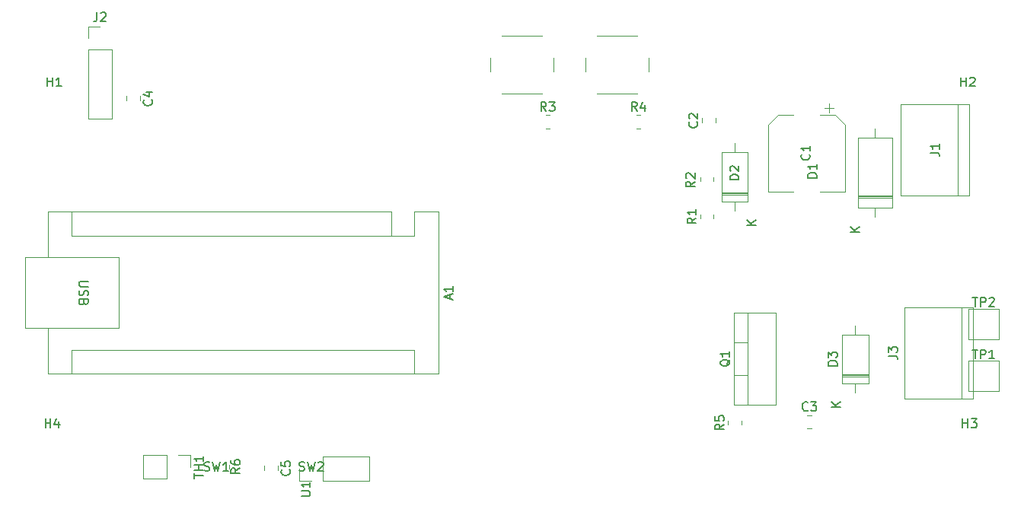
<source format=gbr>
%TF.GenerationSoftware,KiCad,Pcbnew,(6.0.9-0)*%
%TF.CreationDate,2023-03-02T20:06:06+01:00*%
%TF.ProjectId,Dolgoza,446f6c67-6f7a-4612-9e6b-696361645f70,rev?*%
%TF.SameCoordinates,Original*%
%TF.FileFunction,Legend,Top*%
%TF.FilePolarity,Positive*%
%FSLAX46Y46*%
G04 Gerber Fmt 4.6, Leading zero omitted, Abs format (unit mm)*
G04 Created by KiCad (PCBNEW (6.0.9-0)) date 2023-03-02 20:06:06*
%MOMM*%
%LPD*%
G01*
G04 APERTURE LIST*
%ADD10C,0.150000*%
%ADD11C,0.120000*%
G04 APERTURE END LIST*
D10*
%TO.C,SW2*%
X99466666Y-103404761D02*
X99609523Y-103452380D01*
X99847619Y-103452380D01*
X99942857Y-103404761D01*
X99990476Y-103357142D01*
X100038095Y-103261904D01*
X100038095Y-103166666D01*
X99990476Y-103071428D01*
X99942857Y-103023809D01*
X99847619Y-102976190D01*
X99657142Y-102928571D01*
X99561904Y-102880952D01*
X99514285Y-102833333D01*
X99466666Y-102738095D01*
X99466666Y-102642857D01*
X99514285Y-102547619D01*
X99561904Y-102500000D01*
X99657142Y-102452380D01*
X99895238Y-102452380D01*
X100038095Y-102500000D01*
X100371428Y-102452380D02*
X100609523Y-103452380D01*
X100800000Y-102738095D01*
X100990476Y-103452380D01*
X101228571Y-102452380D01*
X101561904Y-102547619D02*
X101609523Y-102500000D01*
X101704761Y-102452380D01*
X101942857Y-102452380D01*
X102038095Y-102500000D01*
X102085714Y-102547619D01*
X102133333Y-102642857D01*
X102133333Y-102738095D01*
X102085714Y-102880952D01*
X101514285Y-103452380D01*
X102133333Y-103452380D01*
%TO.C,SW1*%
X88916666Y-103404761D02*
X89059523Y-103452380D01*
X89297619Y-103452380D01*
X89392857Y-103404761D01*
X89440476Y-103357142D01*
X89488095Y-103261904D01*
X89488095Y-103166666D01*
X89440476Y-103071428D01*
X89392857Y-103023809D01*
X89297619Y-102976190D01*
X89107142Y-102928571D01*
X89011904Y-102880952D01*
X88964285Y-102833333D01*
X88916666Y-102738095D01*
X88916666Y-102642857D01*
X88964285Y-102547619D01*
X89011904Y-102500000D01*
X89107142Y-102452380D01*
X89345238Y-102452380D01*
X89488095Y-102500000D01*
X89821428Y-102452380D02*
X90059523Y-103452380D01*
X90250000Y-102738095D01*
X90440476Y-103452380D01*
X90678571Y-102452380D01*
X91583333Y-103452380D02*
X91011904Y-103452380D01*
X91297619Y-103452380D02*
X91297619Y-102452380D01*
X91202380Y-102595238D01*
X91107142Y-102690476D01*
X91011904Y-102738095D01*
%TO.C,U1*%
X99677380Y-106261904D02*
X100486904Y-106261904D01*
X100582142Y-106214285D01*
X100629761Y-106166666D01*
X100677380Y-106071428D01*
X100677380Y-105880952D01*
X100629761Y-105785714D01*
X100582142Y-105738095D01*
X100486904Y-105690476D01*
X99677380Y-105690476D01*
X100677380Y-104690476D02*
X100677380Y-105261904D01*
X100677380Y-104976190D02*
X99677380Y-104976190D01*
X99820238Y-105071428D01*
X99915476Y-105166666D01*
X99963095Y-105261904D01*
%TO.C,TP2*%
X174338095Y-84154380D02*
X174909523Y-84154380D01*
X174623809Y-85154380D02*
X174623809Y-84154380D01*
X175242857Y-85154380D02*
X175242857Y-84154380D01*
X175623809Y-84154380D01*
X175719047Y-84202000D01*
X175766666Y-84249619D01*
X175814285Y-84344857D01*
X175814285Y-84487714D01*
X175766666Y-84582952D01*
X175719047Y-84630571D01*
X175623809Y-84678190D01*
X175242857Y-84678190D01*
X176195238Y-84249619D02*
X176242857Y-84202000D01*
X176338095Y-84154380D01*
X176576190Y-84154380D01*
X176671428Y-84202000D01*
X176719047Y-84249619D01*
X176766666Y-84344857D01*
X176766666Y-84440095D01*
X176719047Y-84582952D01*
X176147619Y-85154380D01*
X176766666Y-85154380D01*
%TO.C,TP1*%
X174338095Y-89954380D02*
X174909523Y-89954380D01*
X174623809Y-90954380D02*
X174623809Y-89954380D01*
X175242857Y-90954380D02*
X175242857Y-89954380D01*
X175623809Y-89954380D01*
X175719047Y-90002000D01*
X175766666Y-90049619D01*
X175814285Y-90144857D01*
X175814285Y-90287714D01*
X175766666Y-90382952D01*
X175719047Y-90430571D01*
X175623809Y-90478190D01*
X175242857Y-90478190D01*
X176766666Y-90954380D02*
X176195238Y-90954380D01*
X176480952Y-90954380D02*
X176480952Y-89954380D01*
X176385714Y-90097238D01*
X176290476Y-90192476D01*
X176195238Y-90240095D01*
%TO.C,TH1*%
X87782380Y-104285714D02*
X87782380Y-103714285D01*
X88782380Y-104000000D02*
X87782380Y-104000000D01*
X88782380Y-103380952D02*
X87782380Y-103380952D01*
X88258571Y-103380952D02*
X88258571Y-102809523D01*
X88782380Y-102809523D02*
X87782380Y-102809523D01*
X88782380Y-101809523D02*
X88782380Y-102380952D01*
X88782380Y-102095238D02*
X87782380Y-102095238D01*
X87925238Y-102190476D01*
X88020476Y-102285714D01*
X88068095Y-102380952D01*
%TO.C,R6*%
X92867380Y-103154166D02*
X92391190Y-103487500D01*
X92867380Y-103725595D02*
X91867380Y-103725595D01*
X91867380Y-103344642D01*
X91915000Y-103249404D01*
X91962619Y-103201785D01*
X92057857Y-103154166D01*
X92200714Y-103154166D01*
X92295952Y-103201785D01*
X92343571Y-103249404D01*
X92391190Y-103344642D01*
X92391190Y-103725595D01*
X91867380Y-102297023D02*
X91867380Y-102487500D01*
X91915000Y-102582738D01*
X91962619Y-102630357D01*
X92105476Y-102725595D01*
X92295952Y-102773214D01*
X92676904Y-102773214D01*
X92772142Y-102725595D01*
X92819761Y-102677976D01*
X92867380Y-102582738D01*
X92867380Y-102392261D01*
X92819761Y-102297023D01*
X92772142Y-102249404D01*
X92676904Y-102201785D01*
X92438809Y-102201785D01*
X92343571Y-102249404D01*
X92295952Y-102297023D01*
X92248333Y-102392261D01*
X92248333Y-102582738D01*
X92295952Y-102677976D01*
X92343571Y-102725595D01*
X92438809Y-102773214D01*
%TO.C,R5*%
X146702380Y-98266666D02*
X146226190Y-98600000D01*
X146702380Y-98838095D02*
X145702380Y-98838095D01*
X145702380Y-98457142D01*
X145750000Y-98361904D01*
X145797619Y-98314285D01*
X145892857Y-98266666D01*
X146035714Y-98266666D01*
X146130952Y-98314285D01*
X146178571Y-98361904D01*
X146226190Y-98457142D01*
X146226190Y-98838095D01*
X145702380Y-97361904D02*
X145702380Y-97838095D01*
X146178571Y-97885714D01*
X146130952Y-97838095D01*
X146083333Y-97742857D01*
X146083333Y-97504761D01*
X146130952Y-97409523D01*
X146178571Y-97361904D01*
X146273809Y-97314285D01*
X146511904Y-97314285D01*
X146607142Y-97361904D01*
X146654761Y-97409523D01*
X146702380Y-97504761D01*
X146702380Y-97742857D01*
X146654761Y-97838095D01*
X146607142Y-97885714D01*
%TO.C,R4*%
X137020833Y-63402380D02*
X136687500Y-62926190D01*
X136449404Y-63402380D02*
X136449404Y-62402380D01*
X136830357Y-62402380D01*
X136925595Y-62450000D01*
X136973214Y-62497619D01*
X137020833Y-62592857D01*
X137020833Y-62735714D01*
X136973214Y-62830952D01*
X136925595Y-62878571D01*
X136830357Y-62926190D01*
X136449404Y-62926190D01*
X137877976Y-62735714D02*
X137877976Y-63402380D01*
X137639880Y-62354761D02*
X137401785Y-63069047D01*
X138020833Y-63069047D01*
%TO.C,R3*%
X126920833Y-63402380D02*
X126587500Y-62926190D01*
X126349404Y-63402380D02*
X126349404Y-62402380D01*
X126730357Y-62402380D01*
X126825595Y-62450000D01*
X126873214Y-62497619D01*
X126920833Y-62592857D01*
X126920833Y-62735714D01*
X126873214Y-62830952D01*
X126825595Y-62878571D01*
X126730357Y-62926190D01*
X126349404Y-62926190D01*
X127254166Y-62402380D02*
X127873214Y-62402380D01*
X127539880Y-62783333D01*
X127682738Y-62783333D01*
X127777976Y-62830952D01*
X127825595Y-62878571D01*
X127873214Y-62973809D01*
X127873214Y-63211904D01*
X127825595Y-63307142D01*
X127777976Y-63354761D01*
X127682738Y-63402380D01*
X127397023Y-63402380D01*
X127301785Y-63354761D01*
X127254166Y-63307142D01*
%TO.C,R2*%
X143452380Y-71254166D02*
X142976190Y-71587500D01*
X143452380Y-71825595D02*
X142452380Y-71825595D01*
X142452380Y-71444642D01*
X142500000Y-71349404D01*
X142547619Y-71301785D01*
X142642857Y-71254166D01*
X142785714Y-71254166D01*
X142880952Y-71301785D01*
X142928571Y-71349404D01*
X142976190Y-71444642D01*
X142976190Y-71825595D01*
X142547619Y-70873214D02*
X142500000Y-70825595D01*
X142452380Y-70730357D01*
X142452380Y-70492261D01*
X142500000Y-70397023D01*
X142547619Y-70349404D01*
X142642857Y-70301785D01*
X142738095Y-70301785D01*
X142880952Y-70349404D01*
X143452380Y-70920833D01*
X143452380Y-70301785D01*
%TO.C,R1*%
X143602380Y-75306666D02*
X143126190Y-75640000D01*
X143602380Y-75878095D02*
X142602380Y-75878095D01*
X142602380Y-75497142D01*
X142650000Y-75401904D01*
X142697619Y-75354285D01*
X142792857Y-75306666D01*
X142935714Y-75306666D01*
X143030952Y-75354285D01*
X143078571Y-75401904D01*
X143126190Y-75497142D01*
X143126190Y-75878095D01*
X143602380Y-74354285D02*
X143602380Y-74925714D01*
X143602380Y-74640000D02*
X142602380Y-74640000D01*
X142745238Y-74735238D01*
X142840476Y-74830476D01*
X142888095Y-74925714D01*
%TO.C,Q1*%
X147377619Y-91055238D02*
X147330000Y-91150476D01*
X147234761Y-91245714D01*
X147091904Y-91388571D01*
X147044285Y-91483809D01*
X147044285Y-91579047D01*
X147282380Y-91531428D02*
X147234761Y-91626666D01*
X147139523Y-91721904D01*
X146949047Y-91769523D01*
X146615714Y-91769523D01*
X146425238Y-91721904D01*
X146330000Y-91626666D01*
X146282380Y-91531428D01*
X146282380Y-91340952D01*
X146330000Y-91245714D01*
X146425238Y-91150476D01*
X146615714Y-91102857D01*
X146949047Y-91102857D01*
X147139523Y-91150476D01*
X147234761Y-91245714D01*
X147282380Y-91340952D01*
X147282380Y-91531428D01*
X147282380Y-90150476D02*
X147282380Y-90721904D01*
X147282380Y-90436190D02*
X146282380Y-90436190D01*
X146425238Y-90531428D01*
X146520476Y-90626666D01*
X146568095Y-90721904D01*
%TO.C,J3*%
X164972380Y-90633333D02*
X165686666Y-90633333D01*
X165829523Y-90680952D01*
X165924761Y-90776190D01*
X165972380Y-90919047D01*
X165972380Y-91014285D01*
X164972380Y-90252380D02*
X164972380Y-89633333D01*
X165353333Y-89966666D01*
X165353333Y-89823809D01*
X165400952Y-89728571D01*
X165448571Y-89680952D01*
X165543809Y-89633333D01*
X165781904Y-89633333D01*
X165877142Y-89680952D01*
X165924761Y-89728571D01*
X165972380Y-89823809D01*
X165972380Y-90109523D01*
X165924761Y-90204761D01*
X165877142Y-90252380D01*
%TO.C,J2*%
X76966666Y-52422380D02*
X76966666Y-53136666D01*
X76919047Y-53279523D01*
X76823809Y-53374761D01*
X76680952Y-53422380D01*
X76585714Y-53422380D01*
X77395238Y-52517619D02*
X77442857Y-52470000D01*
X77538095Y-52422380D01*
X77776190Y-52422380D01*
X77871428Y-52470000D01*
X77919047Y-52517619D01*
X77966666Y-52612857D01*
X77966666Y-52708095D01*
X77919047Y-52850952D01*
X77347619Y-53422380D01*
X77966666Y-53422380D01*
%TO.C,J1*%
X169652380Y-68033333D02*
X170366666Y-68033333D01*
X170509523Y-68080952D01*
X170604761Y-68176190D01*
X170652380Y-68319047D01*
X170652380Y-68414285D01*
X170652380Y-67033333D02*
X170652380Y-67604761D01*
X170652380Y-67319047D02*
X169652380Y-67319047D01*
X169795238Y-67414285D01*
X169890476Y-67509523D01*
X169938095Y-67604761D01*
%TO.C,H4*%
X71238095Y-98652380D02*
X71238095Y-97652380D01*
X71238095Y-98128571D02*
X71809523Y-98128571D01*
X71809523Y-98652380D02*
X71809523Y-97652380D01*
X72714285Y-97985714D02*
X72714285Y-98652380D01*
X72476190Y-97604761D02*
X72238095Y-98319047D01*
X72857142Y-98319047D01*
%TO.C,H3*%
X173238095Y-98652380D02*
X173238095Y-97652380D01*
X173238095Y-98128571D02*
X173809523Y-98128571D01*
X173809523Y-98652380D02*
X173809523Y-97652380D01*
X174190476Y-97652380D02*
X174809523Y-97652380D01*
X174476190Y-98033333D01*
X174619047Y-98033333D01*
X174714285Y-98080952D01*
X174761904Y-98128571D01*
X174809523Y-98223809D01*
X174809523Y-98461904D01*
X174761904Y-98557142D01*
X174714285Y-98604761D01*
X174619047Y-98652380D01*
X174333333Y-98652380D01*
X174238095Y-98604761D01*
X174190476Y-98557142D01*
%TO.C,H2*%
X173038095Y-60652380D02*
X173038095Y-59652380D01*
X173038095Y-60128571D02*
X173609523Y-60128571D01*
X173609523Y-60652380D02*
X173609523Y-59652380D01*
X174038095Y-59747619D02*
X174085714Y-59700000D01*
X174180952Y-59652380D01*
X174419047Y-59652380D01*
X174514285Y-59700000D01*
X174561904Y-59747619D01*
X174609523Y-59842857D01*
X174609523Y-59938095D01*
X174561904Y-60080952D01*
X173990476Y-60652380D01*
X174609523Y-60652380D01*
%TO.C,H1*%
X71438095Y-60652380D02*
X71438095Y-59652380D01*
X71438095Y-60128571D02*
X72009523Y-60128571D01*
X72009523Y-60652380D02*
X72009523Y-59652380D01*
X73009523Y-60652380D02*
X72438095Y-60652380D01*
X72723809Y-60652380D02*
X72723809Y-59652380D01*
X72628571Y-59795238D01*
X72533333Y-59890476D01*
X72438095Y-59938095D01*
%TO.C,D3*%
X159282380Y-91738095D02*
X158282380Y-91738095D01*
X158282380Y-91500000D01*
X158330000Y-91357142D01*
X158425238Y-91261904D01*
X158520476Y-91214285D01*
X158710952Y-91166666D01*
X158853809Y-91166666D01*
X159044285Y-91214285D01*
X159139523Y-91261904D01*
X159234761Y-91357142D01*
X159282380Y-91500000D01*
X159282380Y-91738095D01*
X158282380Y-90833333D02*
X158282380Y-90214285D01*
X158663333Y-90547619D01*
X158663333Y-90404761D01*
X158710952Y-90309523D01*
X158758571Y-90261904D01*
X158853809Y-90214285D01*
X159091904Y-90214285D01*
X159187142Y-90261904D01*
X159234761Y-90309523D01*
X159282380Y-90404761D01*
X159282380Y-90690476D01*
X159234761Y-90785714D01*
X159187142Y-90833333D01*
X159652380Y-96341904D02*
X158652380Y-96341904D01*
X159652380Y-95770476D02*
X159080952Y-96199047D01*
X158652380Y-95770476D02*
X159223809Y-96341904D01*
%TO.C,D2*%
X148352380Y-71038095D02*
X147352380Y-71038095D01*
X147352380Y-70800000D01*
X147400000Y-70657142D01*
X147495238Y-70561904D01*
X147590476Y-70514285D01*
X147780952Y-70466666D01*
X147923809Y-70466666D01*
X148114285Y-70514285D01*
X148209523Y-70561904D01*
X148304761Y-70657142D01*
X148352380Y-70800000D01*
X148352380Y-71038095D01*
X147447619Y-70085714D02*
X147400000Y-70038095D01*
X147352380Y-69942857D01*
X147352380Y-69704761D01*
X147400000Y-69609523D01*
X147447619Y-69561904D01*
X147542857Y-69514285D01*
X147638095Y-69514285D01*
X147780952Y-69561904D01*
X148352380Y-70133333D01*
X148352380Y-69514285D01*
X150252380Y-76081904D02*
X149252380Y-76081904D01*
X150252380Y-75510476D02*
X149680952Y-75939047D01*
X149252380Y-75510476D02*
X149823809Y-76081904D01*
%TO.C,D1*%
X157012380Y-70828095D02*
X156012380Y-70828095D01*
X156012380Y-70590000D01*
X156060000Y-70447142D01*
X156155238Y-70351904D01*
X156250476Y-70304285D01*
X156440952Y-70256666D01*
X156583809Y-70256666D01*
X156774285Y-70304285D01*
X156869523Y-70351904D01*
X156964761Y-70447142D01*
X157012380Y-70590000D01*
X157012380Y-70828095D01*
X157012380Y-69304285D02*
X157012380Y-69875714D01*
X157012380Y-69590000D02*
X156012380Y-69590000D01*
X156155238Y-69685238D01*
X156250476Y-69780476D01*
X156298095Y-69875714D01*
X161752380Y-76861904D02*
X160752380Y-76861904D01*
X161752380Y-76290476D02*
X161180952Y-76719047D01*
X160752380Y-76290476D02*
X161323809Y-76861904D01*
%TO.C,C5*%
X98362142Y-103316666D02*
X98409761Y-103364285D01*
X98457380Y-103507142D01*
X98457380Y-103602380D01*
X98409761Y-103745238D01*
X98314523Y-103840476D01*
X98219285Y-103888095D01*
X98028809Y-103935714D01*
X97885952Y-103935714D01*
X97695476Y-103888095D01*
X97600238Y-103840476D01*
X97505000Y-103745238D01*
X97457380Y-103602380D01*
X97457380Y-103507142D01*
X97505000Y-103364285D01*
X97552619Y-103316666D01*
X97457380Y-102411904D02*
X97457380Y-102888095D01*
X97933571Y-102935714D01*
X97885952Y-102888095D01*
X97838333Y-102792857D01*
X97838333Y-102554761D01*
X97885952Y-102459523D01*
X97933571Y-102411904D01*
X98028809Y-102364285D01*
X98266904Y-102364285D01*
X98362142Y-102411904D01*
X98409761Y-102459523D01*
X98457380Y-102554761D01*
X98457380Y-102792857D01*
X98409761Y-102888095D01*
X98362142Y-102935714D01*
%TO.C,C4*%
X83037142Y-62166666D02*
X83084761Y-62214285D01*
X83132380Y-62357142D01*
X83132380Y-62452380D01*
X83084761Y-62595238D01*
X82989523Y-62690476D01*
X82894285Y-62738095D01*
X82703809Y-62785714D01*
X82560952Y-62785714D01*
X82370476Y-62738095D01*
X82275238Y-62690476D01*
X82180000Y-62595238D01*
X82132380Y-62452380D01*
X82132380Y-62357142D01*
X82180000Y-62214285D01*
X82227619Y-62166666D01*
X82465714Y-61309523D02*
X83132380Y-61309523D01*
X82084761Y-61547619D02*
X82799047Y-61785714D01*
X82799047Y-61166666D01*
%TO.C,C3*%
X156033333Y-96677142D02*
X155985714Y-96724761D01*
X155842857Y-96772380D01*
X155747619Y-96772380D01*
X155604761Y-96724761D01*
X155509523Y-96629523D01*
X155461904Y-96534285D01*
X155414285Y-96343809D01*
X155414285Y-96200952D01*
X155461904Y-96010476D01*
X155509523Y-95915238D01*
X155604761Y-95820000D01*
X155747619Y-95772380D01*
X155842857Y-95772380D01*
X155985714Y-95820000D01*
X156033333Y-95867619D01*
X156366666Y-95772380D02*
X156985714Y-95772380D01*
X156652380Y-96153333D01*
X156795238Y-96153333D01*
X156890476Y-96200952D01*
X156938095Y-96248571D01*
X156985714Y-96343809D01*
X156985714Y-96581904D01*
X156938095Y-96677142D01*
X156890476Y-96724761D01*
X156795238Y-96772380D01*
X156509523Y-96772380D01*
X156414285Y-96724761D01*
X156366666Y-96677142D01*
%TO.C,C2*%
X143677142Y-64616666D02*
X143724761Y-64664285D01*
X143772380Y-64807142D01*
X143772380Y-64902380D01*
X143724761Y-65045238D01*
X143629523Y-65140476D01*
X143534285Y-65188095D01*
X143343809Y-65235714D01*
X143200952Y-65235714D01*
X143010476Y-65188095D01*
X142915238Y-65140476D01*
X142820000Y-65045238D01*
X142772380Y-64902380D01*
X142772380Y-64807142D01*
X142820000Y-64664285D01*
X142867619Y-64616666D01*
X142867619Y-64235714D02*
X142820000Y-64188095D01*
X142772380Y-64092857D01*
X142772380Y-63854761D01*
X142820000Y-63759523D01*
X142867619Y-63711904D01*
X142962857Y-63664285D01*
X143058095Y-63664285D01*
X143200952Y-63711904D01*
X143772380Y-64283333D01*
X143772380Y-63664285D01*
%TO.C,C1*%
X156177142Y-68226666D02*
X156224761Y-68274285D01*
X156272380Y-68417142D01*
X156272380Y-68512380D01*
X156224761Y-68655238D01*
X156129523Y-68750476D01*
X156034285Y-68798095D01*
X155843809Y-68845714D01*
X155700952Y-68845714D01*
X155510476Y-68798095D01*
X155415238Y-68750476D01*
X155320000Y-68655238D01*
X155272380Y-68512380D01*
X155272380Y-68417142D01*
X155320000Y-68274285D01*
X155367619Y-68226666D01*
X156272380Y-67274285D02*
X156272380Y-67845714D01*
X156272380Y-67560000D02*
X155272380Y-67560000D01*
X155415238Y-67655238D01*
X155510476Y-67750476D01*
X155558095Y-67845714D01*
%TO.C,A1*%
X116246666Y-84334285D02*
X116246666Y-83858095D01*
X116532380Y-84429523D02*
X115532380Y-84096190D01*
X116532380Y-83762857D01*
X116532380Y-82905714D02*
X116532380Y-83477142D01*
X116532380Y-83191428D02*
X115532380Y-83191428D01*
X115675238Y-83286666D01*
X115770476Y-83381904D01*
X115818095Y-83477142D01*
X75987619Y-82358095D02*
X75178095Y-82358095D01*
X75082857Y-82405714D01*
X75035238Y-82453333D01*
X74987619Y-82548571D01*
X74987619Y-82739047D01*
X75035238Y-82834285D01*
X75082857Y-82881904D01*
X75178095Y-82929523D01*
X75987619Y-82929523D01*
X75035238Y-83358095D02*
X74987619Y-83500952D01*
X74987619Y-83739047D01*
X75035238Y-83834285D01*
X75082857Y-83881904D01*
X75178095Y-83929523D01*
X75273333Y-83929523D01*
X75368571Y-83881904D01*
X75416190Y-83834285D01*
X75463809Y-83739047D01*
X75511428Y-83548571D01*
X75559047Y-83453333D01*
X75606666Y-83405714D01*
X75701904Y-83358095D01*
X75797142Y-83358095D01*
X75892380Y-83405714D01*
X75940000Y-83453333D01*
X75987619Y-83548571D01*
X75987619Y-83786666D01*
X75940000Y-83929523D01*
X75511428Y-84691428D02*
X75463809Y-84834285D01*
X75416190Y-84881904D01*
X75320952Y-84929523D01*
X75178095Y-84929523D01*
X75082857Y-84881904D01*
X75035238Y-84834285D01*
X74987619Y-84739047D01*
X74987619Y-84358095D01*
X75987619Y-84358095D01*
X75987619Y-84691428D01*
X75940000Y-84786666D01*
X75892380Y-84834285D01*
X75797142Y-84881904D01*
X75701904Y-84881904D01*
X75606666Y-84834285D01*
X75559047Y-84786666D01*
X75511428Y-84691428D01*
X75511428Y-84358095D01*
D11*
%TO.C,SW2*%
X132550000Y-61500000D02*
X137050000Y-61500000D01*
X131300000Y-57500000D02*
X131300000Y-59000000D01*
X137050000Y-55000000D02*
X132550000Y-55000000D01*
X138300000Y-59000000D02*
X138300000Y-57500000D01*
%TO.C,SW1*%
X122000000Y-61500000D02*
X126500000Y-61500000D01*
X120750000Y-57500000D02*
X120750000Y-59000000D01*
X126500000Y-55000000D02*
X122000000Y-55000000D01*
X127750000Y-59000000D02*
X127750000Y-57500000D01*
%TO.C,U1*%
X107210000Y-104530000D02*
X107210000Y-101870000D01*
X102070000Y-104530000D02*
X107210000Y-104530000D01*
X100800000Y-104530000D02*
X99470000Y-104530000D01*
X102070000Y-101870000D02*
X107210000Y-101870000D01*
X99470000Y-104530000D02*
X99470000Y-103200000D01*
X102070000Y-104530000D02*
X102070000Y-101870000D01*
%TO.C,TP2*%
X173900000Y-88800000D02*
X173900000Y-85400000D01*
X177300000Y-85400000D02*
X177300000Y-88800000D01*
X173900000Y-85400000D02*
X177300000Y-85400000D01*
X177300000Y-88800000D02*
X173900000Y-88800000D01*
%TO.C,TP1*%
X173900000Y-94600000D02*
X173900000Y-91200000D01*
X177300000Y-91200000D02*
X177300000Y-94600000D01*
X173900000Y-91200000D02*
X177300000Y-91200000D01*
X177300000Y-94600000D02*
X173900000Y-94600000D01*
%TO.C,TH1*%
X86000000Y-101670000D02*
X87330000Y-101670000D01*
X82130000Y-101670000D02*
X82130000Y-104330000D01*
X84730000Y-101670000D02*
X82130000Y-101670000D01*
X84730000Y-101670000D02*
X84730000Y-104330000D01*
X87330000Y-101670000D02*
X87330000Y-103000000D01*
X84730000Y-104330000D02*
X82130000Y-104330000D01*
%TO.C,R6*%
X91660000Y-102760436D02*
X91660000Y-103214564D01*
X90190000Y-102760436D02*
X90190000Y-103214564D01*
%TO.C,R5*%
X147165000Y-98327064D02*
X147165000Y-97872936D01*
X148635000Y-98327064D02*
X148635000Y-97872936D01*
%TO.C,R4*%
X136960436Y-63865000D02*
X137414564Y-63865000D01*
X136960436Y-65335000D02*
X137414564Y-65335000D01*
%TO.C,R3*%
X126860436Y-63865000D02*
X127314564Y-63865000D01*
X126860436Y-65335000D02*
X127314564Y-65335000D01*
%TO.C,R2*%
X145535000Y-70760436D02*
X145535000Y-71214564D01*
X144065000Y-70760436D02*
X144065000Y-71214564D01*
%TO.C,R1*%
X144065000Y-75367064D02*
X144065000Y-74912936D01*
X145535000Y-75367064D02*
X145535000Y-74912936D01*
%TO.C,Q1*%
X147830000Y-96080000D02*
X147830000Y-85840000D01*
X147830000Y-92810000D02*
X149340000Y-92810000D01*
X147830000Y-89109000D02*
X149340000Y-89109000D01*
X147830000Y-96080000D02*
X152471000Y-96080000D01*
X152471000Y-96080000D02*
X152471000Y-85840000D01*
X147830000Y-85840000D02*
X152471000Y-85840000D01*
X149340000Y-96080000D02*
X149340000Y-85840000D01*
%TO.C,J3*%
X166790000Y-95380000D02*
X174410000Y-95380000D01*
X174410000Y-85220000D02*
X166790000Y-85220000D01*
X173140000Y-85220000D02*
X173140000Y-95380000D01*
X174410000Y-95380000D02*
X174410000Y-85220000D01*
X166790000Y-85220000D02*
X166790000Y-95380000D01*
%TO.C,J2*%
X78630000Y-56570000D02*
X78630000Y-64250000D01*
X75970000Y-55300000D02*
X75970000Y-53970000D01*
X75970000Y-64250000D02*
X78630000Y-64250000D01*
X75970000Y-56570000D02*
X78630000Y-56570000D01*
X75970000Y-53970000D02*
X77300000Y-53970000D01*
X75970000Y-56570000D02*
X75970000Y-64250000D01*
%TO.C,J1*%
X166390000Y-62680000D02*
X166390000Y-72840000D01*
X174010000Y-72840000D02*
X174010000Y-62680000D01*
X172740000Y-62680000D02*
X172740000Y-72840000D01*
X174010000Y-62680000D02*
X166390000Y-62680000D01*
X166390000Y-72840000D02*
X174010000Y-72840000D01*
%TO.C,D3*%
X159830000Y-88280000D02*
X159830000Y-93720000D01*
X161300000Y-94740000D02*
X161300000Y-93720000D01*
X162770000Y-88280000D02*
X159830000Y-88280000D01*
X159830000Y-92940000D02*
X162770000Y-92940000D01*
X159830000Y-93720000D02*
X162770000Y-93720000D01*
X161300000Y-87260000D02*
X161300000Y-88280000D01*
X162770000Y-93720000D02*
X162770000Y-88280000D01*
X159830000Y-92700000D02*
X162770000Y-92700000D01*
X159830000Y-92820000D02*
X162770000Y-92820000D01*
%TO.C,D2*%
X146410000Y-72560000D02*
X149350000Y-72560000D01*
X146410000Y-72440000D02*
X149350000Y-72440000D01*
X149350000Y-73460000D02*
X149350000Y-68020000D01*
X147880000Y-67000000D02*
X147880000Y-68020000D01*
X146410000Y-73460000D02*
X149350000Y-73460000D01*
X146410000Y-72680000D02*
X149350000Y-72680000D01*
X149350000Y-68020000D02*
X146410000Y-68020000D01*
X147880000Y-74480000D02*
X147880000Y-73460000D01*
X146410000Y-68020000D02*
X146410000Y-73460000D01*
%TO.C,D1*%
X161580000Y-73030000D02*
X165420000Y-73030000D01*
X161580000Y-74170000D02*
X165420000Y-74170000D01*
X165420000Y-66330000D02*
X161580000Y-66330000D01*
X161580000Y-66330000D02*
X161580000Y-74170000D01*
X161580000Y-72910000D02*
X165420000Y-72910000D01*
X161580000Y-72790000D02*
X165420000Y-72790000D01*
X163500000Y-75160000D02*
X163500000Y-74170000D01*
X163500000Y-65340000D02*
X163500000Y-66330000D01*
X165420000Y-74170000D02*
X165420000Y-66330000D01*
%TO.C,C5*%
X95590000Y-102888748D02*
X95590000Y-103411252D01*
X97060000Y-102888748D02*
X97060000Y-103411252D01*
%TO.C,C4*%
X80265000Y-61738748D02*
X80265000Y-62261252D01*
X81735000Y-61738748D02*
X81735000Y-62261252D01*
%TO.C,C3*%
X155938748Y-98735000D02*
X156461252Y-98735000D01*
X155938748Y-97265000D02*
X156461252Y-97265000D01*
%TO.C,C2*%
X145735000Y-64711252D02*
X145735000Y-64188748D01*
X144265000Y-64711252D02*
X144265000Y-64188748D01*
%TO.C,C1*%
X152704437Y-63840000D02*
X154390000Y-63840000D01*
X152704437Y-63840000D02*
X151640000Y-64904437D01*
X159095563Y-63840000D02*
X160160000Y-64904437D01*
X158910000Y-63100000D02*
X157910000Y-63100000D01*
X160160000Y-64904437D02*
X160160000Y-72360000D01*
X151640000Y-64904437D02*
X151640000Y-72360000D01*
X160160000Y-72360000D02*
X157410000Y-72360000D01*
X151640000Y-72360000D02*
X154390000Y-72360000D01*
X159095563Y-63840000D02*
X157410000Y-63840000D01*
X158410000Y-62600000D02*
X158410000Y-63600000D01*
%TO.C,A1*%
X112270000Y-77270000D02*
X112270000Y-74600000D01*
X68960000Y-87560000D02*
X68960000Y-79680000D01*
X71500000Y-92640000D02*
X114940000Y-92640000D01*
X68960000Y-79680000D02*
X79380000Y-79680000D01*
X79380000Y-87560000D02*
X68960000Y-87560000D01*
X71500000Y-92640000D02*
X71500000Y-87560000D01*
X109730000Y-74600000D02*
X71500000Y-74600000D01*
X74170000Y-77270000D02*
X74170000Y-74600000D01*
X112270000Y-89970000D02*
X74170000Y-89970000D01*
X109730000Y-77270000D02*
X112270000Y-77270000D01*
X74170000Y-89970000D02*
X74170000Y-92640000D01*
X112270000Y-89970000D02*
X112270000Y-92640000D01*
X109730000Y-77270000D02*
X109730000Y-74600000D01*
X114940000Y-92640000D02*
X114940000Y-74600000D01*
X71500000Y-74600000D02*
X71500000Y-79680000D01*
X114940000Y-74600000D02*
X112270000Y-74600000D01*
X79380000Y-79680000D02*
X79380000Y-87560000D01*
X109730000Y-77270000D02*
X74170000Y-77270000D01*
%TD*%
M02*

</source>
